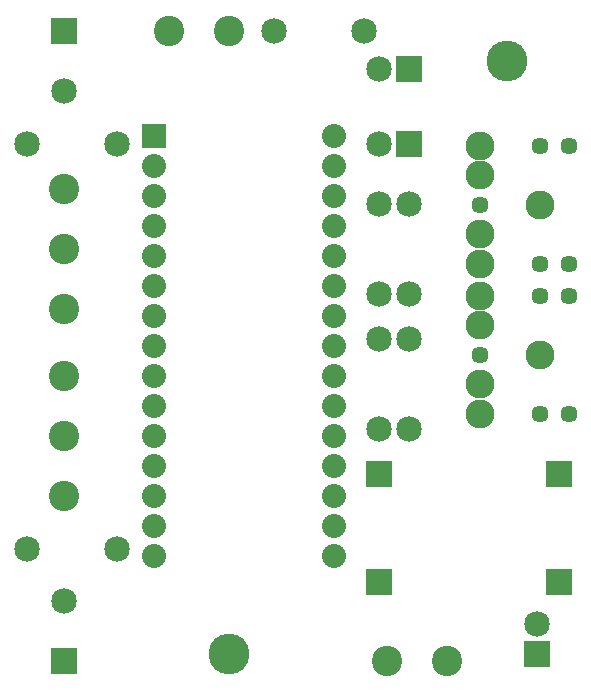
<source format=gbs>
G04 MADE WITH FRITZING*
G04 WWW.FRITZING.ORG*
G04 DOUBLE SIDED*
G04 HOLES PLATED*
G04 CONTOUR ON CENTER OF CONTOUR VECTOR*
%ASAXBY*%
%FSLAX23Y23*%
%MOIN*%
%OFA0B0*%
%SFA1.0B1.0*%
%ADD10C,0.101181*%
%ADD11C,0.080000*%
%ADD12C,0.096000*%
%ADD13C,0.057244*%
%ADD14C,0.088000*%
%ADD15C,0.085000*%
%ADD16C,0.135984*%
%ADD17R,0.079972X0.080000*%
%ADD18R,0.087630X0.087806*%
%ADD19R,0.085000X0.085000*%
%LNMASK0*%
G90*
G70*
G54D10*
X1541Y131D03*
X1341Y131D03*
X616Y2231D03*
X816Y2231D03*
X266Y681D03*
X266Y881D03*
X266Y1081D03*
X266Y1306D03*
X266Y1506D03*
X266Y1706D03*
G54D11*
X566Y1881D03*
X566Y1781D03*
X566Y1681D03*
X566Y1581D03*
X566Y1481D03*
X566Y1381D03*
X566Y1281D03*
X566Y1181D03*
X566Y1081D03*
X566Y981D03*
X566Y881D03*
X566Y781D03*
X566Y681D03*
X566Y581D03*
X566Y481D03*
X1166Y1881D03*
X1166Y1781D03*
X1166Y1681D03*
X1166Y1581D03*
X1166Y1481D03*
X1166Y1381D03*
X1166Y1281D03*
X1166Y1181D03*
X1166Y1081D03*
X1166Y981D03*
X1166Y881D03*
X1166Y781D03*
X1166Y681D03*
X1166Y581D03*
X1166Y481D03*
G54D12*
X1850Y1153D03*
X1653Y1054D03*
X1653Y956D03*
X1653Y1251D03*
X1653Y1350D03*
G54D13*
X1850Y956D03*
X1948Y956D03*
X1948Y1350D03*
X1850Y1350D03*
X1653Y1153D03*
G54D12*
X1850Y1653D03*
X1653Y1554D03*
X1653Y1456D03*
X1653Y1751D03*
X1653Y1850D03*
G54D13*
X1850Y1456D03*
X1948Y1456D03*
X1948Y1850D03*
X1850Y1850D03*
X1653Y1653D03*
G54D14*
X1914Y396D03*
X1914Y756D03*
X1314Y756D03*
X1314Y396D03*
G54D15*
X1841Y156D03*
X1841Y256D03*
G54D16*
X816Y156D03*
X1741Y2131D03*
G54D15*
X1415Y2105D03*
X1315Y2105D03*
X1415Y1855D03*
X1315Y1855D03*
X1415Y905D03*
X1415Y1205D03*
X1415Y1355D03*
X1415Y1655D03*
X1315Y905D03*
X1315Y1205D03*
X1315Y1355D03*
X1315Y1655D03*
X966Y2231D03*
X1266Y2231D03*
X266Y2231D03*
X266Y2031D03*
X266Y131D03*
X266Y331D03*
X441Y1856D03*
X141Y1856D03*
X441Y506D03*
X141Y506D03*
G54D17*
X566Y1881D03*
G54D18*
X1314Y756D03*
X1314Y397D03*
X1915Y396D03*
X1915Y756D03*
G54D19*
X1841Y156D03*
X1415Y2105D03*
X1415Y1855D03*
X266Y2231D03*
X266Y131D03*
G04 End of Mask0*
M02*
</source>
